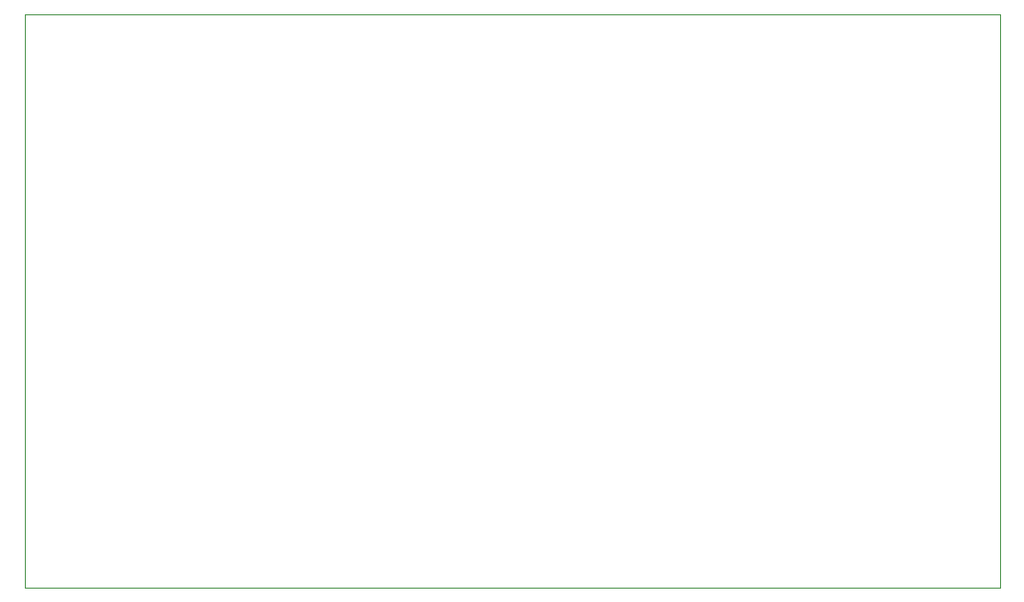
<source format=gbr>
%TF.GenerationSoftware,KiCad,Pcbnew,8.0.3*%
%TF.CreationDate,2025-06-30T13:47:58+07:00*%
%TF.ProjectId,linear supply,6c696e65-6172-4207-9375-70706c792e6b,rev?*%
%TF.SameCoordinates,Original*%
%TF.FileFunction,Profile,NP*%
%FSLAX46Y46*%
G04 Gerber Fmt 4.6, Leading zero omitted, Abs format (unit mm)*
G04 Created by KiCad (PCBNEW 8.0.3) date 2025-06-30 13:47:58*
%MOMM*%
%LPD*%
G01*
G04 APERTURE LIST*
%TA.AperFunction,Profile*%
%ADD10C,0.050000*%
%TD*%
G04 APERTURE END LIST*
D10*
X97043890Y-78871110D02*
X183403890Y-78871110D01*
X183403890Y-129671110D01*
X97043890Y-129671110D01*
X97043890Y-78871110D01*
M02*

</source>
